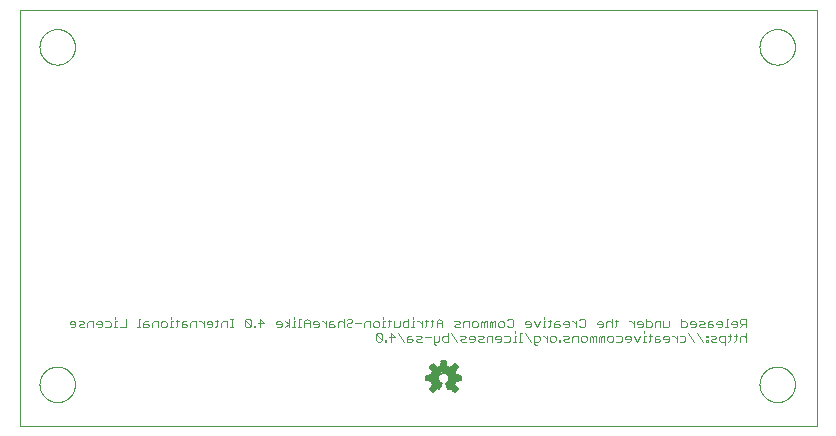
<source format=gbo>
G75*
%MOIN*%
%OFA0B0*%
%FSLAX25Y25*%
%IPPOS*%
%LPD*%
%AMOC8*
5,1,8,0,0,1.08239X$1,22.5*
%
%ADD10C,0.00000*%
%ADD11C,0.00300*%
%ADD12C,0.00591*%
D10*
X0001000Y0001000D02*
X0001000Y0139626D01*
X0266614Y0139626D01*
X0266614Y0001000D01*
X0001000Y0001000D01*
X0007519Y0014740D02*
X0007521Y0014893D01*
X0007527Y0015047D01*
X0007537Y0015200D01*
X0007551Y0015352D01*
X0007569Y0015505D01*
X0007591Y0015656D01*
X0007616Y0015807D01*
X0007646Y0015958D01*
X0007680Y0016108D01*
X0007717Y0016256D01*
X0007758Y0016404D01*
X0007803Y0016550D01*
X0007852Y0016696D01*
X0007905Y0016840D01*
X0007961Y0016982D01*
X0008021Y0017123D01*
X0008085Y0017263D01*
X0008152Y0017401D01*
X0008223Y0017537D01*
X0008298Y0017671D01*
X0008375Y0017803D01*
X0008457Y0017933D01*
X0008541Y0018061D01*
X0008629Y0018187D01*
X0008720Y0018310D01*
X0008814Y0018431D01*
X0008912Y0018549D01*
X0009012Y0018665D01*
X0009116Y0018778D01*
X0009222Y0018889D01*
X0009331Y0018997D01*
X0009443Y0019102D01*
X0009557Y0019203D01*
X0009675Y0019302D01*
X0009794Y0019398D01*
X0009916Y0019491D01*
X0010041Y0019580D01*
X0010168Y0019667D01*
X0010297Y0019749D01*
X0010428Y0019829D01*
X0010561Y0019905D01*
X0010696Y0019978D01*
X0010833Y0020047D01*
X0010972Y0020112D01*
X0011112Y0020174D01*
X0011254Y0020232D01*
X0011397Y0020287D01*
X0011542Y0020338D01*
X0011688Y0020385D01*
X0011835Y0020428D01*
X0011983Y0020467D01*
X0012132Y0020503D01*
X0012282Y0020534D01*
X0012433Y0020562D01*
X0012584Y0020586D01*
X0012737Y0020606D01*
X0012889Y0020622D01*
X0013042Y0020634D01*
X0013195Y0020642D01*
X0013348Y0020646D01*
X0013502Y0020646D01*
X0013655Y0020642D01*
X0013808Y0020634D01*
X0013961Y0020622D01*
X0014113Y0020606D01*
X0014266Y0020586D01*
X0014417Y0020562D01*
X0014568Y0020534D01*
X0014718Y0020503D01*
X0014867Y0020467D01*
X0015015Y0020428D01*
X0015162Y0020385D01*
X0015308Y0020338D01*
X0015453Y0020287D01*
X0015596Y0020232D01*
X0015738Y0020174D01*
X0015878Y0020112D01*
X0016017Y0020047D01*
X0016154Y0019978D01*
X0016289Y0019905D01*
X0016422Y0019829D01*
X0016553Y0019749D01*
X0016682Y0019667D01*
X0016809Y0019580D01*
X0016934Y0019491D01*
X0017056Y0019398D01*
X0017175Y0019302D01*
X0017293Y0019203D01*
X0017407Y0019102D01*
X0017519Y0018997D01*
X0017628Y0018889D01*
X0017734Y0018778D01*
X0017838Y0018665D01*
X0017938Y0018549D01*
X0018036Y0018431D01*
X0018130Y0018310D01*
X0018221Y0018187D01*
X0018309Y0018061D01*
X0018393Y0017933D01*
X0018475Y0017803D01*
X0018552Y0017671D01*
X0018627Y0017537D01*
X0018698Y0017401D01*
X0018765Y0017263D01*
X0018829Y0017123D01*
X0018889Y0016982D01*
X0018945Y0016840D01*
X0018998Y0016696D01*
X0019047Y0016550D01*
X0019092Y0016404D01*
X0019133Y0016256D01*
X0019170Y0016108D01*
X0019204Y0015958D01*
X0019234Y0015807D01*
X0019259Y0015656D01*
X0019281Y0015505D01*
X0019299Y0015352D01*
X0019313Y0015200D01*
X0019323Y0015047D01*
X0019329Y0014893D01*
X0019331Y0014740D01*
X0019329Y0014587D01*
X0019323Y0014433D01*
X0019313Y0014280D01*
X0019299Y0014128D01*
X0019281Y0013975D01*
X0019259Y0013824D01*
X0019234Y0013673D01*
X0019204Y0013522D01*
X0019170Y0013372D01*
X0019133Y0013224D01*
X0019092Y0013076D01*
X0019047Y0012930D01*
X0018998Y0012784D01*
X0018945Y0012640D01*
X0018889Y0012498D01*
X0018829Y0012357D01*
X0018765Y0012217D01*
X0018698Y0012079D01*
X0018627Y0011943D01*
X0018552Y0011809D01*
X0018475Y0011677D01*
X0018393Y0011547D01*
X0018309Y0011419D01*
X0018221Y0011293D01*
X0018130Y0011170D01*
X0018036Y0011049D01*
X0017938Y0010931D01*
X0017838Y0010815D01*
X0017734Y0010702D01*
X0017628Y0010591D01*
X0017519Y0010483D01*
X0017407Y0010378D01*
X0017293Y0010277D01*
X0017175Y0010178D01*
X0017056Y0010082D01*
X0016934Y0009989D01*
X0016809Y0009900D01*
X0016682Y0009813D01*
X0016553Y0009731D01*
X0016422Y0009651D01*
X0016289Y0009575D01*
X0016154Y0009502D01*
X0016017Y0009433D01*
X0015878Y0009368D01*
X0015738Y0009306D01*
X0015596Y0009248D01*
X0015453Y0009193D01*
X0015308Y0009142D01*
X0015162Y0009095D01*
X0015015Y0009052D01*
X0014867Y0009013D01*
X0014718Y0008977D01*
X0014568Y0008946D01*
X0014417Y0008918D01*
X0014266Y0008894D01*
X0014113Y0008874D01*
X0013961Y0008858D01*
X0013808Y0008846D01*
X0013655Y0008838D01*
X0013502Y0008834D01*
X0013348Y0008834D01*
X0013195Y0008838D01*
X0013042Y0008846D01*
X0012889Y0008858D01*
X0012737Y0008874D01*
X0012584Y0008894D01*
X0012433Y0008918D01*
X0012282Y0008946D01*
X0012132Y0008977D01*
X0011983Y0009013D01*
X0011835Y0009052D01*
X0011688Y0009095D01*
X0011542Y0009142D01*
X0011397Y0009193D01*
X0011254Y0009248D01*
X0011112Y0009306D01*
X0010972Y0009368D01*
X0010833Y0009433D01*
X0010696Y0009502D01*
X0010561Y0009575D01*
X0010428Y0009651D01*
X0010297Y0009731D01*
X0010168Y0009813D01*
X0010041Y0009900D01*
X0009916Y0009989D01*
X0009794Y0010082D01*
X0009675Y0010178D01*
X0009557Y0010277D01*
X0009443Y0010378D01*
X0009331Y0010483D01*
X0009222Y0010591D01*
X0009116Y0010702D01*
X0009012Y0010815D01*
X0008912Y0010931D01*
X0008814Y0011049D01*
X0008720Y0011170D01*
X0008629Y0011293D01*
X0008541Y0011419D01*
X0008457Y0011547D01*
X0008375Y0011677D01*
X0008298Y0011809D01*
X0008223Y0011943D01*
X0008152Y0012079D01*
X0008085Y0012217D01*
X0008021Y0012357D01*
X0007961Y0012498D01*
X0007905Y0012640D01*
X0007852Y0012784D01*
X0007803Y0012930D01*
X0007758Y0013076D01*
X0007717Y0013224D01*
X0007680Y0013372D01*
X0007646Y0013522D01*
X0007616Y0013673D01*
X0007591Y0013824D01*
X0007569Y0013975D01*
X0007551Y0014128D01*
X0007537Y0014280D01*
X0007527Y0014433D01*
X0007521Y0014587D01*
X0007519Y0014740D01*
X0007519Y0127240D02*
X0007521Y0127393D01*
X0007527Y0127547D01*
X0007537Y0127700D01*
X0007551Y0127852D01*
X0007569Y0128005D01*
X0007591Y0128156D01*
X0007616Y0128307D01*
X0007646Y0128458D01*
X0007680Y0128608D01*
X0007717Y0128756D01*
X0007758Y0128904D01*
X0007803Y0129050D01*
X0007852Y0129196D01*
X0007905Y0129340D01*
X0007961Y0129482D01*
X0008021Y0129623D01*
X0008085Y0129763D01*
X0008152Y0129901D01*
X0008223Y0130037D01*
X0008298Y0130171D01*
X0008375Y0130303D01*
X0008457Y0130433D01*
X0008541Y0130561D01*
X0008629Y0130687D01*
X0008720Y0130810D01*
X0008814Y0130931D01*
X0008912Y0131049D01*
X0009012Y0131165D01*
X0009116Y0131278D01*
X0009222Y0131389D01*
X0009331Y0131497D01*
X0009443Y0131602D01*
X0009557Y0131703D01*
X0009675Y0131802D01*
X0009794Y0131898D01*
X0009916Y0131991D01*
X0010041Y0132080D01*
X0010168Y0132167D01*
X0010297Y0132249D01*
X0010428Y0132329D01*
X0010561Y0132405D01*
X0010696Y0132478D01*
X0010833Y0132547D01*
X0010972Y0132612D01*
X0011112Y0132674D01*
X0011254Y0132732D01*
X0011397Y0132787D01*
X0011542Y0132838D01*
X0011688Y0132885D01*
X0011835Y0132928D01*
X0011983Y0132967D01*
X0012132Y0133003D01*
X0012282Y0133034D01*
X0012433Y0133062D01*
X0012584Y0133086D01*
X0012737Y0133106D01*
X0012889Y0133122D01*
X0013042Y0133134D01*
X0013195Y0133142D01*
X0013348Y0133146D01*
X0013502Y0133146D01*
X0013655Y0133142D01*
X0013808Y0133134D01*
X0013961Y0133122D01*
X0014113Y0133106D01*
X0014266Y0133086D01*
X0014417Y0133062D01*
X0014568Y0133034D01*
X0014718Y0133003D01*
X0014867Y0132967D01*
X0015015Y0132928D01*
X0015162Y0132885D01*
X0015308Y0132838D01*
X0015453Y0132787D01*
X0015596Y0132732D01*
X0015738Y0132674D01*
X0015878Y0132612D01*
X0016017Y0132547D01*
X0016154Y0132478D01*
X0016289Y0132405D01*
X0016422Y0132329D01*
X0016553Y0132249D01*
X0016682Y0132167D01*
X0016809Y0132080D01*
X0016934Y0131991D01*
X0017056Y0131898D01*
X0017175Y0131802D01*
X0017293Y0131703D01*
X0017407Y0131602D01*
X0017519Y0131497D01*
X0017628Y0131389D01*
X0017734Y0131278D01*
X0017838Y0131165D01*
X0017938Y0131049D01*
X0018036Y0130931D01*
X0018130Y0130810D01*
X0018221Y0130687D01*
X0018309Y0130561D01*
X0018393Y0130433D01*
X0018475Y0130303D01*
X0018552Y0130171D01*
X0018627Y0130037D01*
X0018698Y0129901D01*
X0018765Y0129763D01*
X0018829Y0129623D01*
X0018889Y0129482D01*
X0018945Y0129340D01*
X0018998Y0129196D01*
X0019047Y0129050D01*
X0019092Y0128904D01*
X0019133Y0128756D01*
X0019170Y0128608D01*
X0019204Y0128458D01*
X0019234Y0128307D01*
X0019259Y0128156D01*
X0019281Y0128005D01*
X0019299Y0127852D01*
X0019313Y0127700D01*
X0019323Y0127547D01*
X0019329Y0127393D01*
X0019331Y0127240D01*
X0019329Y0127087D01*
X0019323Y0126933D01*
X0019313Y0126780D01*
X0019299Y0126628D01*
X0019281Y0126475D01*
X0019259Y0126324D01*
X0019234Y0126173D01*
X0019204Y0126022D01*
X0019170Y0125872D01*
X0019133Y0125724D01*
X0019092Y0125576D01*
X0019047Y0125430D01*
X0018998Y0125284D01*
X0018945Y0125140D01*
X0018889Y0124998D01*
X0018829Y0124857D01*
X0018765Y0124717D01*
X0018698Y0124579D01*
X0018627Y0124443D01*
X0018552Y0124309D01*
X0018475Y0124177D01*
X0018393Y0124047D01*
X0018309Y0123919D01*
X0018221Y0123793D01*
X0018130Y0123670D01*
X0018036Y0123549D01*
X0017938Y0123431D01*
X0017838Y0123315D01*
X0017734Y0123202D01*
X0017628Y0123091D01*
X0017519Y0122983D01*
X0017407Y0122878D01*
X0017293Y0122777D01*
X0017175Y0122678D01*
X0017056Y0122582D01*
X0016934Y0122489D01*
X0016809Y0122400D01*
X0016682Y0122313D01*
X0016553Y0122231D01*
X0016422Y0122151D01*
X0016289Y0122075D01*
X0016154Y0122002D01*
X0016017Y0121933D01*
X0015878Y0121868D01*
X0015738Y0121806D01*
X0015596Y0121748D01*
X0015453Y0121693D01*
X0015308Y0121642D01*
X0015162Y0121595D01*
X0015015Y0121552D01*
X0014867Y0121513D01*
X0014718Y0121477D01*
X0014568Y0121446D01*
X0014417Y0121418D01*
X0014266Y0121394D01*
X0014113Y0121374D01*
X0013961Y0121358D01*
X0013808Y0121346D01*
X0013655Y0121338D01*
X0013502Y0121334D01*
X0013348Y0121334D01*
X0013195Y0121338D01*
X0013042Y0121346D01*
X0012889Y0121358D01*
X0012737Y0121374D01*
X0012584Y0121394D01*
X0012433Y0121418D01*
X0012282Y0121446D01*
X0012132Y0121477D01*
X0011983Y0121513D01*
X0011835Y0121552D01*
X0011688Y0121595D01*
X0011542Y0121642D01*
X0011397Y0121693D01*
X0011254Y0121748D01*
X0011112Y0121806D01*
X0010972Y0121868D01*
X0010833Y0121933D01*
X0010696Y0122002D01*
X0010561Y0122075D01*
X0010428Y0122151D01*
X0010297Y0122231D01*
X0010168Y0122313D01*
X0010041Y0122400D01*
X0009916Y0122489D01*
X0009794Y0122582D01*
X0009675Y0122678D01*
X0009557Y0122777D01*
X0009443Y0122878D01*
X0009331Y0122983D01*
X0009222Y0123091D01*
X0009116Y0123202D01*
X0009012Y0123315D01*
X0008912Y0123431D01*
X0008814Y0123549D01*
X0008720Y0123670D01*
X0008629Y0123793D01*
X0008541Y0123919D01*
X0008457Y0124047D01*
X0008375Y0124177D01*
X0008298Y0124309D01*
X0008223Y0124443D01*
X0008152Y0124579D01*
X0008085Y0124717D01*
X0008021Y0124857D01*
X0007961Y0124998D01*
X0007905Y0125140D01*
X0007852Y0125284D01*
X0007803Y0125430D01*
X0007758Y0125576D01*
X0007717Y0125724D01*
X0007680Y0125872D01*
X0007646Y0126022D01*
X0007616Y0126173D01*
X0007591Y0126324D01*
X0007569Y0126475D01*
X0007551Y0126628D01*
X0007537Y0126780D01*
X0007527Y0126933D01*
X0007521Y0127087D01*
X0007519Y0127240D01*
X0247519Y0127240D02*
X0247521Y0127393D01*
X0247527Y0127547D01*
X0247537Y0127700D01*
X0247551Y0127852D01*
X0247569Y0128005D01*
X0247591Y0128156D01*
X0247616Y0128307D01*
X0247646Y0128458D01*
X0247680Y0128608D01*
X0247717Y0128756D01*
X0247758Y0128904D01*
X0247803Y0129050D01*
X0247852Y0129196D01*
X0247905Y0129340D01*
X0247961Y0129482D01*
X0248021Y0129623D01*
X0248085Y0129763D01*
X0248152Y0129901D01*
X0248223Y0130037D01*
X0248298Y0130171D01*
X0248375Y0130303D01*
X0248457Y0130433D01*
X0248541Y0130561D01*
X0248629Y0130687D01*
X0248720Y0130810D01*
X0248814Y0130931D01*
X0248912Y0131049D01*
X0249012Y0131165D01*
X0249116Y0131278D01*
X0249222Y0131389D01*
X0249331Y0131497D01*
X0249443Y0131602D01*
X0249557Y0131703D01*
X0249675Y0131802D01*
X0249794Y0131898D01*
X0249916Y0131991D01*
X0250041Y0132080D01*
X0250168Y0132167D01*
X0250297Y0132249D01*
X0250428Y0132329D01*
X0250561Y0132405D01*
X0250696Y0132478D01*
X0250833Y0132547D01*
X0250972Y0132612D01*
X0251112Y0132674D01*
X0251254Y0132732D01*
X0251397Y0132787D01*
X0251542Y0132838D01*
X0251688Y0132885D01*
X0251835Y0132928D01*
X0251983Y0132967D01*
X0252132Y0133003D01*
X0252282Y0133034D01*
X0252433Y0133062D01*
X0252584Y0133086D01*
X0252737Y0133106D01*
X0252889Y0133122D01*
X0253042Y0133134D01*
X0253195Y0133142D01*
X0253348Y0133146D01*
X0253502Y0133146D01*
X0253655Y0133142D01*
X0253808Y0133134D01*
X0253961Y0133122D01*
X0254113Y0133106D01*
X0254266Y0133086D01*
X0254417Y0133062D01*
X0254568Y0133034D01*
X0254718Y0133003D01*
X0254867Y0132967D01*
X0255015Y0132928D01*
X0255162Y0132885D01*
X0255308Y0132838D01*
X0255453Y0132787D01*
X0255596Y0132732D01*
X0255738Y0132674D01*
X0255878Y0132612D01*
X0256017Y0132547D01*
X0256154Y0132478D01*
X0256289Y0132405D01*
X0256422Y0132329D01*
X0256553Y0132249D01*
X0256682Y0132167D01*
X0256809Y0132080D01*
X0256934Y0131991D01*
X0257056Y0131898D01*
X0257175Y0131802D01*
X0257293Y0131703D01*
X0257407Y0131602D01*
X0257519Y0131497D01*
X0257628Y0131389D01*
X0257734Y0131278D01*
X0257838Y0131165D01*
X0257938Y0131049D01*
X0258036Y0130931D01*
X0258130Y0130810D01*
X0258221Y0130687D01*
X0258309Y0130561D01*
X0258393Y0130433D01*
X0258475Y0130303D01*
X0258552Y0130171D01*
X0258627Y0130037D01*
X0258698Y0129901D01*
X0258765Y0129763D01*
X0258829Y0129623D01*
X0258889Y0129482D01*
X0258945Y0129340D01*
X0258998Y0129196D01*
X0259047Y0129050D01*
X0259092Y0128904D01*
X0259133Y0128756D01*
X0259170Y0128608D01*
X0259204Y0128458D01*
X0259234Y0128307D01*
X0259259Y0128156D01*
X0259281Y0128005D01*
X0259299Y0127852D01*
X0259313Y0127700D01*
X0259323Y0127547D01*
X0259329Y0127393D01*
X0259331Y0127240D01*
X0259329Y0127087D01*
X0259323Y0126933D01*
X0259313Y0126780D01*
X0259299Y0126628D01*
X0259281Y0126475D01*
X0259259Y0126324D01*
X0259234Y0126173D01*
X0259204Y0126022D01*
X0259170Y0125872D01*
X0259133Y0125724D01*
X0259092Y0125576D01*
X0259047Y0125430D01*
X0258998Y0125284D01*
X0258945Y0125140D01*
X0258889Y0124998D01*
X0258829Y0124857D01*
X0258765Y0124717D01*
X0258698Y0124579D01*
X0258627Y0124443D01*
X0258552Y0124309D01*
X0258475Y0124177D01*
X0258393Y0124047D01*
X0258309Y0123919D01*
X0258221Y0123793D01*
X0258130Y0123670D01*
X0258036Y0123549D01*
X0257938Y0123431D01*
X0257838Y0123315D01*
X0257734Y0123202D01*
X0257628Y0123091D01*
X0257519Y0122983D01*
X0257407Y0122878D01*
X0257293Y0122777D01*
X0257175Y0122678D01*
X0257056Y0122582D01*
X0256934Y0122489D01*
X0256809Y0122400D01*
X0256682Y0122313D01*
X0256553Y0122231D01*
X0256422Y0122151D01*
X0256289Y0122075D01*
X0256154Y0122002D01*
X0256017Y0121933D01*
X0255878Y0121868D01*
X0255738Y0121806D01*
X0255596Y0121748D01*
X0255453Y0121693D01*
X0255308Y0121642D01*
X0255162Y0121595D01*
X0255015Y0121552D01*
X0254867Y0121513D01*
X0254718Y0121477D01*
X0254568Y0121446D01*
X0254417Y0121418D01*
X0254266Y0121394D01*
X0254113Y0121374D01*
X0253961Y0121358D01*
X0253808Y0121346D01*
X0253655Y0121338D01*
X0253502Y0121334D01*
X0253348Y0121334D01*
X0253195Y0121338D01*
X0253042Y0121346D01*
X0252889Y0121358D01*
X0252737Y0121374D01*
X0252584Y0121394D01*
X0252433Y0121418D01*
X0252282Y0121446D01*
X0252132Y0121477D01*
X0251983Y0121513D01*
X0251835Y0121552D01*
X0251688Y0121595D01*
X0251542Y0121642D01*
X0251397Y0121693D01*
X0251254Y0121748D01*
X0251112Y0121806D01*
X0250972Y0121868D01*
X0250833Y0121933D01*
X0250696Y0122002D01*
X0250561Y0122075D01*
X0250428Y0122151D01*
X0250297Y0122231D01*
X0250168Y0122313D01*
X0250041Y0122400D01*
X0249916Y0122489D01*
X0249794Y0122582D01*
X0249675Y0122678D01*
X0249557Y0122777D01*
X0249443Y0122878D01*
X0249331Y0122983D01*
X0249222Y0123091D01*
X0249116Y0123202D01*
X0249012Y0123315D01*
X0248912Y0123431D01*
X0248814Y0123549D01*
X0248720Y0123670D01*
X0248629Y0123793D01*
X0248541Y0123919D01*
X0248457Y0124047D01*
X0248375Y0124177D01*
X0248298Y0124309D01*
X0248223Y0124443D01*
X0248152Y0124579D01*
X0248085Y0124717D01*
X0248021Y0124857D01*
X0247961Y0124998D01*
X0247905Y0125140D01*
X0247852Y0125284D01*
X0247803Y0125430D01*
X0247758Y0125576D01*
X0247717Y0125724D01*
X0247680Y0125872D01*
X0247646Y0126022D01*
X0247616Y0126173D01*
X0247591Y0126324D01*
X0247569Y0126475D01*
X0247551Y0126628D01*
X0247537Y0126780D01*
X0247527Y0126933D01*
X0247521Y0127087D01*
X0247519Y0127240D01*
X0247519Y0014740D02*
X0247521Y0014893D01*
X0247527Y0015047D01*
X0247537Y0015200D01*
X0247551Y0015352D01*
X0247569Y0015505D01*
X0247591Y0015656D01*
X0247616Y0015807D01*
X0247646Y0015958D01*
X0247680Y0016108D01*
X0247717Y0016256D01*
X0247758Y0016404D01*
X0247803Y0016550D01*
X0247852Y0016696D01*
X0247905Y0016840D01*
X0247961Y0016982D01*
X0248021Y0017123D01*
X0248085Y0017263D01*
X0248152Y0017401D01*
X0248223Y0017537D01*
X0248298Y0017671D01*
X0248375Y0017803D01*
X0248457Y0017933D01*
X0248541Y0018061D01*
X0248629Y0018187D01*
X0248720Y0018310D01*
X0248814Y0018431D01*
X0248912Y0018549D01*
X0249012Y0018665D01*
X0249116Y0018778D01*
X0249222Y0018889D01*
X0249331Y0018997D01*
X0249443Y0019102D01*
X0249557Y0019203D01*
X0249675Y0019302D01*
X0249794Y0019398D01*
X0249916Y0019491D01*
X0250041Y0019580D01*
X0250168Y0019667D01*
X0250297Y0019749D01*
X0250428Y0019829D01*
X0250561Y0019905D01*
X0250696Y0019978D01*
X0250833Y0020047D01*
X0250972Y0020112D01*
X0251112Y0020174D01*
X0251254Y0020232D01*
X0251397Y0020287D01*
X0251542Y0020338D01*
X0251688Y0020385D01*
X0251835Y0020428D01*
X0251983Y0020467D01*
X0252132Y0020503D01*
X0252282Y0020534D01*
X0252433Y0020562D01*
X0252584Y0020586D01*
X0252737Y0020606D01*
X0252889Y0020622D01*
X0253042Y0020634D01*
X0253195Y0020642D01*
X0253348Y0020646D01*
X0253502Y0020646D01*
X0253655Y0020642D01*
X0253808Y0020634D01*
X0253961Y0020622D01*
X0254113Y0020606D01*
X0254266Y0020586D01*
X0254417Y0020562D01*
X0254568Y0020534D01*
X0254718Y0020503D01*
X0254867Y0020467D01*
X0255015Y0020428D01*
X0255162Y0020385D01*
X0255308Y0020338D01*
X0255453Y0020287D01*
X0255596Y0020232D01*
X0255738Y0020174D01*
X0255878Y0020112D01*
X0256017Y0020047D01*
X0256154Y0019978D01*
X0256289Y0019905D01*
X0256422Y0019829D01*
X0256553Y0019749D01*
X0256682Y0019667D01*
X0256809Y0019580D01*
X0256934Y0019491D01*
X0257056Y0019398D01*
X0257175Y0019302D01*
X0257293Y0019203D01*
X0257407Y0019102D01*
X0257519Y0018997D01*
X0257628Y0018889D01*
X0257734Y0018778D01*
X0257838Y0018665D01*
X0257938Y0018549D01*
X0258036Y0018431D01*
X0258130Y0018310D01*
X0258221Y0018187D01*
X0258309Y0018061D01*
X0258393Y0017933D01*
X0258475Y0017803D01*
X0258552Y0017671D01*
X0258627Y0017537D01*
X0258698Y0017401D01*
X0258765Y0017263D01*
X0258829Y0017123D01*
X0258889Y0016982D01*
X0258945Y0016840D01*
X0258998Y0016696D01*
X0259047Y0016550D01*
X0259092Y0016404D01*
X0259133Y0016256D01*
X0259170Y0016108D01*
X0259204Y0015958D01*
X0259234Y0015807D01*
X0259259Y0015656D01*
X0259281Y0015505D01*
X0259299Y0015352D01*
X0259313Y0015200D01*
X0259323Y0015047D01*
X0259329Y0014893D01*
X0259331Y0014740D01*
X0259329Y0014587D01*
X0259323Y0014433D01*
X0259313Y0014280D01*
X0259299Y0014128D01*
X0259281Y0013975D01*
X0259259Y0013824D01*
X0259234Y0013673D01*
X0259204Y0013522D01*
X0259170Y0013372D01*
X0259133Y0013224D01*
X0259092Y0013076D01*
X0259047Y0012930D01*
X0258998Y0012784D01*
X0258945Y0012640D01*
X0258889Y0012498D01*
X0258829Y0012357D01*
X0258765Y0012217D01*
X0258698Y0012079D01*
X0258627Y0011943D01*
X0258552Y0011809D01*
X0258475Y0011677D01*
X0258393Y0011547D01*
X0258309Y0011419D01*
X0258221Y0011293D01*
X0258130Y0011170D01*
X0258036Y0011049D01*
X0257938Y0010931D01*
X0257838Y0010815D01*
X0257734Y0010702D01*
X0257628Y0010591D01*
X0257519Y0010483D01*
X0257407Y0010378D01*
X0257293Y0010277D01*
X0257175Y0010178D01*
X0257056Y0010082D01*
X0256934Y0009989D01*
X0256809Y0009900D01*
X0256682Y0009813D01*
X0256553Y0009731D01*
X0256422Y0009651D01*
X0256289Y0009575D01*
X0256154Y0009502D01*
X0256017Y0009433D01*
X0255878Y0009368D01*
X0255738Y0009306D01*
X0255596Y0009248D01*
X0255453Y0009193D01*
X0255308Y0009142D01*
X0255162Y0009095D01*
X0255015Y0009052D01*
X0254867Y0009013D01*
X0254718Y0008977D01*
X0254568Y0008946D01*
X0254417Y0008918D01*
X0254266Y0008894D01*
X0254113Y0008874D01*
X0253961Y0008858D01*
X0253808Y0008846D01*
X0253655Y0008838D01*
X0253502Y0008834D01*
X0253348Y0008834D01*
X0253195Y0008838D01*
X0253042Y0008846D01*
X0252889Y0008858D01*
X0252737Y0008874D01*
X0252584Y0008894D01*
X0252433Y0008918D01*
X0252282Y0008946D01*
X0252132Y0008977D01*
X0251983Y0009013D01*
X0251835Y0009052D01*
X0251688Y0009095D01*
X0251542Y0009142D01*
X0251397Y0009193D01*
X0251254Y0009248D01*
X0251112Y0009306D01*
X0250972Y0009368D01*
X0250833Y0009433D01*
X0250696Y0009502D01*
X0250561Y0009575D01*
X0250428Y0009651D01*
X0250297Y0009731D01*
X0250168Y0009813D01*
X0250041Y0009900D01*
X0249916Y0009989D01*
X0249794Y0010082D01*
X0249675Y0010178D01*
X0249557Y0010277D01*
X0249443Y0010378D01*
X0249331Y0010483D01*
X0249222Y0010591D01*
X0249116Y0010702D01*
X0249012Y0010815D01*
X0248912Y0010931D01*
X0248814Y0011049D01*
X0248720Y0011170D01*
X0248629Y0011293D01*
X0248541Y0011419D01*
X0248457Y0011547D01*
X0248375Y0011677D01*
X0248298Y0011809D01*
X0248223Y0011943D01*
X0248152Y0012079D01*
X0248085Y0012217D01*
X0248021Y0012357D01*
X0247961Y0012498D01*
X0247905Y0012640D01*
X0247852Y0012784D01*
X0247803Y0012930D01*
X0247758Y0013076D01*
X0247717Y0013224D01*
X0247680Y0013372D01*
X0247646Y0013522D01*
X0247616Y0013673D01*
X0247591Y0013824D01*
X0247569Y0013975D01*
X0247551Y0014128D01*
X0247537Y0014280D01*
X0247527Y0014433D01*
X0247521Y0014587D01*
X0247519Y0014740D01*
D11*
X0236085Y0028017D02*
X0236085Y0030920D01*
X0234634Y0030920D01*
X0234150Y0030436D01*
X0234150Y0029468D01*
X0234634Y0028985D01*
X0236085Y0028985D01*
X0237082Y0028985D02*
X0237566Y0029468D01*
X0237566Y0031403D01*
X0238049Y0030920D02*
X0237082Y0030920D01*
X0239046Y0030920D02*
X0240014Y0030920D01*
X0239530Y0031403D02*
X0239530Y0029468D01*
X0239046Y0028985D01*
X0241025Y0028985D02*
X0241025Y0030436D01*
X0241509Y0030920D01*
X0242477Y0030920D01*
X0242960Y0030436D01*
X0242960Y0031887D02*
X0242960Y0028985D01*
X0233139Y0028985D02*
X0231687Y0028985D01*
X0231204Y0029468D01*
X0231687Y0029952D01*
X0232655Y0029952D01*
X0233139Y0030436D01*
X0232655Y0030920D01*
X0231204Y0030920D01*
X0230192Y0030920D02*
X0230192Y0030436D01*
X0229708Y0030436D01*
X0229708Y0030920D01*
X0230192Y0030920D01*
X0230192Y0029468D02*
X0229708Y0029468D01*
X0229708Y0028985D01*
X0230192Y0028985D01*
X0230192Y0029468D01*
X0228719Y0028985D02*
X0226784Y0031887D01*
X0223837Y0031887D02*
X0225772Y0028985D01*
X0222826Y0029468D02*
X0222826Y0030436D01*
X0222342Y0030920D01*
X0220891Y0030920D01*
X0219879Y0030920D02*
X0219879Y0028985D01*
X0219879Y0029952D02*
X0218912Y0030920D01*
X0218428Y0030920D01*
X0217424Y0030436D02*
X0216940Y0030920D01*
X0215973Y0030920D01*
X0215489Y0030436D01*
X0215489Y0029952D01*
X0217424Y0029952D01*
X0217424Y0029468D02*
X0217424Y0030436D01*
X0217424Y0029468D02*
X0216940Y0028985D01*
X0215973Y0028985D01*
X0214477Y0029468D02*
X0213994Y0029952D01*
X0212542Y0029952D01*
X0212542Y0030436D02*
X0212542Y0028985D01*
X0213994Y0028985D01*
X0214477Y0029468D01*
X0213994Y0030920D02*
X0213026Y0030920D01*
X0212542Y0030436D01*
X0211531Y0030920D02*
X0210563Y0030920D01*
X0211047Y0031403D02*
X0211047Y0029468D01*
X0210563Y0028985D01*
X0209566Y0028985D02*
X0208599Y0028985D01*
X0209083Y0028985D02*
X0209083Y0030920D01*
X0209566Y0030920D01*
X0209083Y0031887D02*
X0209083Y0032371D01*
X0209596Y0033785D02*
X0211047Y0033785D01*
X0211531Y0034268D01*
X0211531Y0035236D01*
X0211047Y0035720D01*
X0209596Y0035720D01*
X0209596Y0036687D02*
X0209596Y0033785D01*
X0208584Y0034268D02*
X0208584Y0035236D01*
X0208100Y0035720D01*
X0207133Y0035720D01*
X0206649Y0035236D01*
X0206649Y0034752D01*
X0208584Y0034752D01*
X0208584Y0034268D02*
X0208100Y0033785D01*
X0207133Y0033785D01*
X0205638Y0033785D02*
X0205638Y0035720D01*
X0204670Y0035720D02*
X0204186Y0035720D01*
X0204670Y0035720D02*
X0205638Y0034752D01*
X0200236Y0035720D02*
X0199268Y0035720D01*
X0199752Y0036203D02*
X0199752Y0034268D01*
X0199268Y0033785D01*
X0198271Y0033785D02*
X0198271Y0036687D01*
X0197788Y0035720D02*
X0196820Y0035720D01*
X0196336Y0035236D01*
X0196336Y0033785D01*
X0195325Y0034268D02*
X0195325Y0035236D01*
X0194841Y0035720D01*
X0193874Y0035720D01*
X0193390Y0035236D01*
X0193390Y0034752D01*
X0195325Y0034752D01*
X0195325Y0034268D02*
X0194841Y0033785D01*
X0193874Y0033785D01*
X0197788Y0035720D02*
X0198271Y0035236D01*
X0198279Y0030920D02*
X0197311Y0030920D01*
X0196827Y0030436D01*
X0196827Y0029468D01*
X0197311Y0028985D01*
X0198279Y0028985D01*
X0198762Y0029468D01*
X0198762Y0030436D01*
X0198279Y0030920D01*
X0199774Y0030920D02*
X0201225Y0030920D01*
X0201709Y0030436D01*
X0201709Y0029468D01*
X0201225Y0028985D01*
X0199774Y0028985D01*
X0202721Y0029952D02*
X0204656Y0029952D01*
X0204656Y0029468D02*
X0204656Y0030436D01*
X0204172Y0030920D01*
X0203204Y0030920D01*
X0202721Y0030436D01*
X0202721Y0029952D01*
X0203204Y0028985D02*
X0204172Y0028985D01*
X0204656Y0029468D01*
X0205667Y0030920D02*
X0206635Y0028985D01*
X0207602Y0030920D01*
X0212542Y0033785D02*
X0212542Y0035236D01*
X0213026Y0035720D01*
X0214477Y0035720D01*
X0214477Y0033785D01*
X0215489Y0033785D02*
X0215489Y0035720D01*
X0217424Y0035720D02*
X0217424Y0034268D01*
X0216940Y0033785D01*
X0215489Y0033785D01*
X0221382Y0033785D02*
X0221382Y0036687D01*
X0221382Y0035720D02*
X0222833Y0035720D01*
X0223317Y0035236D01*
X0223317Y0034268D01*
X0222833Y0033785D01*
X0221382Y0033785D01*
X0224328Y0034752D02*
X0224328Y0035236D01*
X0224812Y0035720D01*
X0225780Y0035720D01*
X0226263Y0035236D01*
X0226263Y0034268D01*
X0225780Y0033785D01*
X0224812Y0033785D01*
X0224328Y0034752D02*
X0226263Y0034752D01*
X0227275Y0034268D02*
X0227759Y0034752D01*
X0228726Y0034752D01*
X0229210Y0035236D01*
X0228726Y0035720D01*
X0227275Y0035720D01*
X0227275Y0034268D02*
X0227759Y0033785D01*
X0229210Y0033785D01*
X0230221Y0033785D02*
X0230221Y0035236D01*
X0230705Y0035720D01*
X0231673Y0035720D01*
X0231673Y0034752D02*
X0230221Y0034752D01*
X0230221Y0033785D02*
X0231673Y0033785D01*
X0232156Y0034268D01*
X0231673Y0034752D01*
X0233168Y0034752D02*
X0233168Y0035236D01*
X0233652Y0035720D01*
X0234619Y0035720D01*
X0235103Y0035236D01*
X0235103Y0034268D01*
X0234619Y0033785D01*
X0233652Y0033785D01*
X0233168Y0034752D02*
X0235103Y0034752D01*
X0236100Y0033785D02*
X0237067Y0033785D01*
X0236583Y0033785D02*
X0236583Y0036687D01*
X0237067Y0036687D01*
X0238079Y0035236D02*
X0238079Y0034752D01*
X0240014Y0034752D01*
X0240014Y0034268D02*
X0240014Y0035236D01*
X0239530Y0035720D01*
X0238562Y0035720D01*
X0238079Y0035236D01*
X0238562Y0033785D02*
X0239530Y0033785D01*
X0240014Y0034268D01*
X0241025Y0033785D02*
X0241993Y0034752D01*
X0241509Y0034752D02*
X0242960Y0034752D01*
X0242960Y0033785D02*
X0242960Y0036687D01*
X0241509Y0036687D01*
X0241025Y0036203D01*
X0241025Y0035236D01*
X0241509Y0034752D01*
X0222826Y0029468D02*
X0222342Y0028985D01*
X0220891Y0028985D01*
X0195816Y0028985D02*
X0195816Y0030920D01*
X0195332Y0030920D01*
X0194848Y0030436D01*
X0194365Y0030920D01*
X0193881Y0030436D01*
X0193881Y0028985D01*
X0194848Y0028985D02*
X0194848Y0030436D01*
X0192869Y0030920D02*
X0192386Y0030920D01*
X0191902Y0030436D01*
X0191418Y0030920D01*
X0190934Y0030436D01*
X0190934Y0028985D01*
X0191902Y0028985D02*
X0191902Y0030436D01*
X0192869Y0030920D02*
X0192869Y0028985D01*
X0189923Y0029468D02*
X0189439Y0028985D01*
X0188472Y0028985D01*
X0187988Y0029468D01*
X0187988Y0030436D01*
X0188472Y0030920D01*
X0189439Y0030920D01*
X0189923Y0030436D01*
X0189923Y0029468D01*
X0186976Y0028985D02*
X0186976Y0030920D01*
X0185525Y0030920D01*
X0185041Y0030436D01*
X0185041Y0028985D01*
X0184030Y0028985D02*
X0182579Y0028985D01*
X0182095Y0029468D01*
X0182579Y0029952D01*
X0183546Y0029952D01*
X0184030Y0030436D01*
X0183546Y0030920D01*
X0182095Y0030920D01*
X0181083Y0029468D02*
X0180600Y0029468D01*
X0180600Y0028985D01*
X0181083Y0028985D01*
X0181083Y0029468D01*
X0179610Y0029468D02*
X0179126Y0028985D01*
X0178159Y0028985D01*
X0177675Y0029468D01*
X0177675Y0030436D01*
X0178159Y0030920D01*
X0179126Y0030920D01*
X0179610Y0030436D01*
X0179610Y0029468D01*
X0176664Y0028985D02*
X0176664Y0030920D01*
X0176664Y0029952D02*
X0175696Y0030920D01*
X0175212Y0030920D01*
X0174208Y0030436D02*
X0174208Y0029468D01*
X0173724Y0028985D01*
X0172273Y0028985D01*
X0172273Y0028501D02*
X0172273Y0030920D01*
X0173724Y0030920D01*
X0174208Y0030436D01*
X0172273Y0028501D02*
X0172757Y0028017D01*
X0173241Y0028017D01*
X0171262Y0028985D02*
X0169327Y0031887D01*
X0168315Y0031887D02*
X0167831Y0031887D01*
X0167831Y0028985D01*
X0167348Y0028985D02*
X0168315Y0028985D01*
X0166351Y0028985D02*
X0165383Y0028985D01*
X0165867Y0028985D02*
X0165867Y0030920D01*
X0166351Y0030920D01*
X0165867Y0031887D02*
X0165867Y0032371D01*
X0164885Y0033785D02*
X0163917Y0033785D01*
X0163434Y0034268D01*
X0162422Y0034268D02*
X0162422Y0035236D01*
X0161938Y0035720D01*
X0160971Y0035720D01*
X0160487Y0035236D01*
X0160487Y0034268D01*
X0160971Y0033785D01*
X0161938Y0033785D01*
X0162422Y0034268D01*
X0163434Y0036203D02*
X0163917Y0036687D01*
X0164885Y0036687D01*
X0165369Y0036203D01*
X0165369Y0034268D01*
X0164885Y0033785D01*
X0169327Y0034752D02*
X0171262Y0034752D01*
X0171262Y0034268D02*
X0171262Y0035236D01*
X0170778Y0035720D01*
X0169810Y0035720D01*
X0169327Y0035236D01*
X0169327Y0034752D01*
X0169810Y0033785D02*
X0170778Y0033785D01*
X0171262Y0034268D01*
X0172273Y0035720D02*
X0173241Y0033785D01*
X0174208Y0035720D01*
X0175689Y0035720D02*
X0175689Y0033785D01*
X0176173Y0033785D02*
X0175205Y0033785D01*
X0177169Y0033785D02*
X0177653Y0034268D01*
X0177653Y0036203D01*
X0178137Y0035720D02*
X0177169Y0035720D01*
X0176173Y0035720D02*
X0175689Y0035720D01*
X0175689Y0036687D02*
X0175689Y0037171D01*
X0179148Y0035236D02*
X0179148Y0033785D01*
X0180600Y0033785D01*
X0181083Y0034268D01*
X0180600Y0034752D01*
X0179148Y0034752D01*
X0179148Y0035236D02*
X0179632Y0035720D01*
X0180600Y0035720D01*
X0182095Y0035236D02*
X0182095Y0034752D01*
X0184030Y0034752D01*
X0184030Y0034268D02*
X0184030Y0035236D01*
X0183546Y0035720D01*
X0182579Y0035720D01*
X0182095Y0035236D01*
X0182579Y0033785D02*
X0183546Y0033785D01*
X0184030Y0034268D01*
X0185034Y0035720D02*
X0185518Y0035720D01*
X0186485Y0034752D01*
X0186485Y0033785D02*
X0186485Y0035720D01*
X0187497Y0036203D02*
X0187981Y0036687D01*
X0188948Y0036687D01*
X0189432Y0036203D01*
X0189432Y0034268D01*
X0188948Y0033785D01*
X0187981Y0033785D01*
X0187497Y0034268D01*
X0164386Y0030436D02*
X0164386Y0029468D01*
X0163903Y0028985D01*
X0162451Y0028985D01*
X0161440Y0029468D02*
X0161440Y0030436D01*
X0160956Y0030920D01*
X0159989Y0030920D01*
X0159505Y0030436D01*
X0159505Y0029952D01*
X0161440Y0029952D01*
X0161440Y0029468D02*
X0160956Y0028985D01*
X0159989Y0028985D01*
X0158493Y0028985D02*
X0158493Y0030920D01*
X0157042Y0030920D01*
X0156558Y0030436D01*
X0156558Y0028985D01*
X0155547Y0028985D02*
X0154096Y0028985D01*
X0153612Y0029468D01*
X0154096Y0029952D01*
X0155063Y0029952D01*
X0155547Y0030436D01*
X0155063Y0030920D01*
X0153612Y0030920D01*
X0152600Y0030436D02*
X0152117Y0030920D01*
X0151149Y0030920D01*
X0150665Y0030436D01*
X0150665Y0029952D01*
X0152600Y0029952D01*
X0152600Y0029468D02*
X0152600Y0030436D01*
X0152600Y0029468D02*
X0152117Y0028985D01*
X0151149Y0028985D01*
X0149654Y0028985D02*
X0148203Y0028985D01*
X0147719Y0029468D01*
X0148203Y0029952D01*
X0149170Y0029952D01*
X0149654Y0030436D01*
X0149170Y0030920D01*
X0147719Y0030920D01*
X0146707Y0028985D02*
X0144772Y0031887D01*
X0143761Y0031887D02*
X0143761Y0028985D01*
X0142310Y0028985D01*
X0141826Y0029468D01*
X0141826Y0030436D01*
X0142310Y0030920D01*
X0143761Y0030920D01*
X0140814Y0030920D02*
X0140814Y0029468D01*
X0140331Y0028985D01*
X0138879Y0028985D01*
X0138879Y0028501D02*
X0139363Y0028017D01*
X0139847Y0028017D01*
X0138879Y0028501D02*
X0138879Y0030920D01*
X0137868Y0030436D02*
X0135933Y0030436D01*
X0134921Y0030436D02*
X0134438Y0030920D01*
X0132986Y0030920D01*
X0133470Y0029952D02*
X0134438Y0029952D01*
X0134921Y0030436D01*
X0134921Y0028985D02*
X0133470Y0028985D01*
X0132986Y0029468D01*
X0133470Y0029952D01*
X0131975Y0029468D02*
X0131491Y0029952D01*
X0130040Y0029952D01*
X0130040Y0030436D02*
X0130040Y0028985D01*
X0131491Y0028985D01*
X0131975Y0029468D01*
X0131491Y0030920D02*
X0130524Y0030920D01*
X0130040Y0030436D01*
X0129028Y0028985D02*
X0127093Y0031887D01*
X0126082Y0030436D02*
X0124147Y0030436D01*
X0123135Y0029468D02*
X0122651Y0029468D01*
X0122651Y0028985D01*
X0123135Y0028985D01*
X0123135Y0029468D01*
X0121662Y0029468D02*
X0119727Y0031403D01*
X0119727Y0029468D01*
X0120211Y0028985D01*
X0121178Y0028985D01*
X0121662Y0029468D01*
X0121662Y0031403D01*
X0121178Y0031887D01*
X0120211Y0031887D01*
X0119727Y0031403D01*
X0120196Y0033785D02*
X0120680Y0034268D01*
X0120680Y0035236D01*
X0120196Y0035720D01*
X0119229Y0035720D01*
X0118745Y0035236D01*
X0118745Y0034268D01*
X0119229Y0033785D01*
X0120196Y0033785D01*
X0121677Y0033785D02*
X0122644Y0033785D01*
X0122160Y0033785D02*
X0122160Y0035720D01*
X0122644Y0035720D01*
X0123641Y0035720D02*
X0124608Y0035720D01*
X0124125Y0036203D02*
X0124125Y0034268D01*
X0123641Y0033785D01*
X0125620Y0033785D02*
X0125620Y0035720D01*
X0127555Y0035720D02*
X0127555Y0034268D01*
X0127071Y0033785D01*
X0125620Y0033785D01*
X0124630Y0031887D02*
X0126082Y0030436D01*
X0124630Y0028985D02*
X0124630Y0031887D01*
X0128566Y0034268D02*
X0128566Y0035236D01*
X0129050Y0035720D01*
X0130501Y0035720D01*
X0130501Y0036687D02*
X0130501Y0033785D01*
X0129050Y0033785D01*
X0128566Y0034268D01*
X0131498Y0033785D02*
X0132466Y0033785D01*
X0131982Y0033785D02*
X0131982Y0035720D01*
X0132466Y0035720D01*
X0133470Y0035720D02*
X0133954Y0035720D01*
X0134921Y0034752D01*
X0134921Y0033785D02*
X0134921Y0035720D01*
X0135918Y0035720D02*
X0136886Y0035720D01*
X0136402Y0036203D02*
X0136402Y0034268D01*
X0135918Y0033785D01*
X0137882Y0033785D02*
X0138366Y0034268D01*
X0138366Y0036203D01*
X0138850Y0035720D02*
X0137882Y0035720D01*
X0139861Y0035720D02*
X0139861Y0033785D01*
X0139861Y0035236D02*
X0141796Y0035236D01*
X0141796Y0035720D02*
X0140829Y0036687D01*
X0139861Y0035720D01*
X0141796Y0035720D02*
X0141796Y0033785D01*
X0145755Y0034268D02*
X0146238Y0034752D01*
X0147206Y0034752D01*
X0147689Y0035236D01*
X0147206Y0035720D01*
X0145755Y0035720D01*
X0145755Y0034268D02*
X0146238Y0033785D01*
X0147689Y0033785D01*
X0148701Y0033785D02*
X0148701Y0035236D01*
X0149185Y0035720D01*
X0150636Y0035720D01*
X0150636Y0033785D01*
X0151648Y0034268D02*
X0151648Y0035236D01*
X0152131Y0035720D01*
X0153099Y0035720D01*
X0153583Y0035236D01*
X0153583Y0034268D01*
X0153099Y0033785D01*
X0152131Y0033785D01*
X0151648Y0034268D01*
X0154594Y0033785D02*
X0154594Y0035236D01*
X0155078Y0035720D01*
X0155562Y0035236D01*
X0155562Y0033785D01*
X0156529Y0033785D02*
X0156529Y0035720D01*
X0156045Y0035720D01*
X0155562Y0035236D01*
X0157541Y0035236D02*
X0157541Y0033785D01*
X0158508Y0033785D02*
X0158508Y0035236D01*
X0158024Y0035720D01*
X0157541Y0035236D01*
X0158508Y0035236D02*
X0158992Y0035720D01*
X0159476Y0035720D01*
X0159476Y0033785D01*
X0162451Y0030920D02*
X0163903Y0030920D01*
X0164386Y0030436D01*
X0131982Y0036687D02*
X0131982Y0037171D01*
X0122160Y0037171D02*
X0122160Y0036687D01*
X0117733Y0035720D02*
X0117733Y0033785D01*
X0117733Y0035720D02*
X0116282Y0035720D01*
X0115798Y0035236D01*
X0115798Y0033785D01*
X0114787Y0035236D02*
X0112852Y0035236D01*
X0111840Y0035720D02*
X0111356Y0035236D01*
X0110389Y0035236D01*
X0109905Y0034752D01*
X0109905Y0034268D01*
X0110389Y0033785D01*
X0111356Y0033785D01*
X0111840Y0034268D01*
X0111840Y0035720D02*
X0111840Y0036203D01*
X0111356Y0036687D01*
X0110389Y0036687D01*
X0109905Y0036203D01*
X0108894Y0036687D02*
X0108894Y0033785D01*
X0108894Y0035236D02*
X0108410Y0035720D01*
X0107442Y0035720D01*
X0106959Y0035236D01*
X0106959Y0033785D01*
X0105947Y0034268D02*
X0105463Y0034752D01*
X0104012Y0034752D01*
X0104012Y0035236D02*
X0104012Y0033785D01*
X0105463Y0033785D01*
X0105947Y0034268D01*
X0105463Y0035720D02*
X0104496Y0035720D01*
X0104012Y0035236D01*
X0103001Y0035720D02*
X0103001Y0033785D01*
X0103001Y0034752D02*
X0102033Y0035720D01*
X0101549Y0035720D01*
X0100545Y0035236D02*
X0100061Y0035720D01*
X0099094Y0035720D01*
X0098610Y0035236D01*
X0098610Y0034752D01*
X0100545Y0034752D01*
X0100545Y0034268D02*
X0100545Y0035236D01*
X0100545Y0034268D02*
X0100061Y0033785D01*
X0099094Y0033785D01*
X0097599Y0033785D02*
X0097599Y0035720D01*
X0096631Y0036687D01*
X0095664Y0035720D01*
X0095664Y0033785D01*
X0094652Y0033785D02*
X0093685Y0033785D01*
X0094168Y0033785D02*
X0094168Y0036687D01*
X0094652Y0036687D01*
X0095664Y0035236D02*
X0097599Y0035236D01*
X0092688Y0035720D02*
X0092204Y0035720D01*
X0092204Y0033785D01*
X0092688Y0033785D02*
X0091720Y0033785D01*
X0090723Y0033785D02*
X0090723Y0036687D01*
X0092204Y0036687D02*
X0092204Y0037171D01*
X0090723Y0034752D02*
X0089272Y0035720D01*
X0088268Y0035236D02*
X0088268Y0034268D01*
X0087784Y0033785D01*
X0086817Y0033785D01*
X0086333Y0034752D02*
X0088268Y0034752D01*
X0088268Y0035236D02*
X0087784Y0035720D01*
X0086817Y0035720D01*
X0086333Y0035236D01*
X0086333Y0034752D01*
X0089272Y0033785D02*
X0090723Y0034752D01*
X0082375Y0035236D02*
X0080440Y0035236D01*
X0079429Y0034268D02*
X0078945Y0034268D01*
X0078945Y0033785D01*
X0079429Y0033785D01*
X0079429Y0034268D01*
X0077955Y0034268D02*
X0076020Y0036203D01*
X0076020Y0034268D01*
X0076504Y0033785D01*
X0077472Y0033785D01*
X0077955Y0034268D01*
X0077955Y0036203D01*
X0077472Y0036687D01*
X0076504Y0036687D01*
X0076020Y0036203D01*
X0072062Y0036687D02*
X0071095Y0036687D01*
X0071578Y0036687D02*
X0071578Y0033785D01*
X0071095Y0033785D02*
X0072062Y0033785D01*
X0070098Y0033785D02*
X0070098Y0035720D01*
X0068647Y0035720D01*
X0068163Y0035236D01*
X0068163Y0033785D01*
X0066668Y0034268D02*
X0066668Y0036203D01*
X0067151Y0035720D02*
X0066184Y0035720D01*
X0065187Y0035236D02*
X0064703Y0035720D01*
X0063736Y0035720D01*
X0063252Y0035236D01*
X0063252Y0034752D01*
X0065187Y0034752D01*
X0065187Y0034268D02*
X0065187Y0035236D01*
X0065187Y0034268D02*
X0064703Y0033785D01*
X0063736Y0033785D01*
X0062240Y0033785D02*
X0062240Y0035720D01*
X0061273Y0035720D02*
X0062240Y0034752D01*
X0061273Y0035720D02*
X0060789Y0035720D01*
X0059785Y0035720D02*
X0058334Y0035720D01*
X0057850Y0035236D01*
X0057850Y0033785D01*
X0056839Y0034268D02*
X0056355Y0034752D01*
X0054904Y0034752D01*
X0054904Y0035236D02*
X0054904Y0033785D01*
X0056355Y0033785D01*
X0056839Y0034268D01*
X0056355Y0035720D02*
X0055387Y0035720D01*
X0054904Y0035236D01*
X0053892Y0035720D02*
X0052925Y0035720D01*
X0053408Y0036203D02*
X0053408Y0034268D01*
X0052925Y0033785D01*
X0051928Y0033785D02*
X0050960Y0033785D01*
X0051444Y0033785D02*
X0051444Y0035720D01*
X0051928Y0035720D01*
X0051444Y0036687D02*
X0051444Y0037171D01*
X0049963Y0035236D02*
X0049963Y0034268D01*
X0049480Y0033785D01*
X0048512Y0033785D01*
X0048028Y0034268D01*
X0048028Y0035236D01*
X0048512Y0035720D01*
X0049480Y0035720D01*
X0049963Y0035236D01*
X0047017Y0035720D02*
X0047017Y0033785D01*
X0047017Y0035720D02*
X0045566Y0035720D01*
X0045082Y0035236D01*
X0045082Y0033785D01*
X0044070Y0034268D02*
X0043587Y0034752D01*
X0042135Y0034752D01*
X0042135Y0035236D02*
X0042135Y0033785D01*
X0043587Y0033785D01*
X0044070Y0034268D01*
X0043587Y0035720D02*
X0042619Y0035720D01*
X0042135Y0035236D01*
X0041124Y0036687D02*
X0040640Y0036687D01*
X0040640Y0033785D01*
X0041124Y0033785D02*
X0040156Y0033785D01*
X0036213Y0033785D02*
X0036213Y0036687D01*
X0033266Y0035720D02*
X0032783Y0035720D01*
X0032783Y0033785D01*
X0033266Y0033785D02*
X0032299Y0033785D01*
X0031302Y0034268D02*
X0031302Y0035236D01*
X0030818Y0035720D01*
X0029367Y0035720D01*
X0028356Y0035236D02*
X0027872Y0035720D01*
X0026904Y0035720D01*
X0026421Y0035236D01*
X0026421Y0034752D01*
X0028356Y0034752D01*
X0028356Y0034268D02*
X0028356Y0035236D01*
X0028356Y0034268D02*
X0027872Y0033785D01*
X0026904Y0033785D01*
X0025409Y0033785D02*
X0025409Y0035720D01*
X0023958Y0035720D01*
X0023474Y0035236D01*
X0023474Y0033785D01*
X0022462Y0033785D02*
X0021011Y0033785D01*
X0020528Y0034268D01*
X0021011Y0034752D01*
X0021979Y0034752D01*
X0022462Y0035236D01*
X0021979Y0035720D01*
X0020528Y0035720D01*
X0019516Y0035236D02*
X0019032Y0035720D01*
X0018065Y0035720D01*
X0017581Y0035236D01*
X0017581Y0034752D01*
X0019516Y0034752D01*
X0019516Y0034268D02*
X0019516Y0035236D01*
X0019516Y0034268D02*
X0019032Y0033785D01*
X0018065Y0033785D01*
X0029367Y0033785D02*
X0030818Y0033785D01*
X0031302Y0034268D01*
X0034278Y0033785D02*
X0036213Y0033785D01*
X0032783Y0036687D02*
X0032783Y0037171D01*
X0059785Y0035720D02*
X0059785Y0033785D01*
X0066184Y0033785D02*
X0066668Y0034268D01*
X0080924Y0033785D02*
X0080924Y0036687D01*
X0082375Y0035236D01*
D12*
X0136388Y0017546D02*
X0136388Y0016106D01*
X0138293Y0015913D01*
X0138498Y0015272D01*
X0138806Y0014674D01*
X0137595Y0013190D01*
X0138613Y0012172D01*
X0140097Y0013383D01*
X0140695Y0013075D01*
X0141543Y0015121D01*
X0141158Y0015338D01*
X0140835Y0015640D01*
X0140594Y0016010D01*
X0140448Y0016426D01*
X0140404Y0016866D01*
X0140467Y0017303D01*
X0140632Y0017713D01*
X0140889Y0018072D01*
X0141224Y0018360D01*
X0141618Y0018560D01*
X0142048Y0018660D01*
X0142490Y0018655D01*
X0142918Y0018545D01*
X0143308Y0018337D01*
X0143637Y0018042D01*
X0143886Y0017678D01*
X0144042Y0017264D01*
X0144095Y0016826D01*
X0144044Y0016395D01*
X0143894Y0015988D01*
X0143653Y0015627D01*
X0143334Y0015333D01*
X0142955Y0015121D01*
X0143803Y0013075D01*
X0144401Y0013383D01*
X0145885Y0012172D01*
X0146903Y0013190D01*
X0145692Y0014674D01*
X0146000Y0015272D01*
X0146205Y0015913D01*
X0148110Y0016106D01*
X0148110Y0017546D01*
X0146205Y0017739D01*
X0146000Y0018380D01*
X0145692Y0018977D01*
X0146903Y0020462D01*
X0145885Y0021479D01*
X0144401Y0020269D01*
X0143803Y0020577D01*
X0143162Y0020782D01*
X0142969Y0022687D01*
X0141529Y0022687D01*
X0141336Y0020782D01*
X0140695Y0020577D01*
X0140097Y0020269D01*
X0138613Y0021479D01*
X0137595Y0020462D01*
X0138806Y0018977D01*
X0138498Y0018380D01*
X0138293Y0017739D01*
X0136388Y0017546D01*
X0136388Y0017279D02*
X0140463Y0017279D01*
X0140422Y0016690D02*
X0136388Y0016690D01*
X0136438Y0016101D02*
X0140562Y0016101D01*
X0140972Y0015512D02*
X0138421Y0015512D01*
X0138678Y0014923D02*
X0141461Y0014923D01*
X0141217Y0014334D02*
X0138528Y0014334D01*
X0138048Y0013745D02*
X0140973Y0013745D01*
X0140729Y0013156D02*
X0140538Y0013156D01*
X0139819Y0013156D02*
X0137630Y0013156D01*
X0138219Y0012567D02*
X0139097Y0012567D01*
X0143281Y0014334D02*
X0145970Y0014334D01*
X0145820Y0014923D02*
X0143037Y0014923D01*
X0143528Y0015512D02*
X0146077Y0015512D01*
X0148060Y0016101D02*
X0143935Y0016101D01*
X0144079Y0016690D02*
X0148110Y0016690D01*
X0148110Y0017279D02*
X0144036Y0017279D01*
X0143756Y0017868D02*
X0146164Y0017868D01*
X0145960Y0018457D02*
X0143083Y0018457D01*
X0141416Y0018457D02*
X0138538Y0018457D01*
X0138334Y0017868D02*
X0140743Y0017868D01*
X0138750Y0019046D02*
X0145749Y0019046D01*
X0146229Y0019635D02*
X0138269Y0019635D01*
X0137789Y0020225D02*
X0146709Y0020225D01*
X0146551Y0020814D02*
X0145068Y0020814D01*
X0145791Y0021403D02*
X0145962Y0021403D01*
X0143099Y0021403D02*
X0141399Y0021403D01*
X0141459Y0021992D02*
X0143039Y0021992D01*
X0142980Y0022581D02*
X0141519Y0022581D01*
X0138707Y0021403D02*
X0138536Y0021403D01*
X0137947Y0020814D02*
X0139430Y0020814D01*
X0141339Y0020814D02*
X0143159Y0020814D01*
X0143525Y0013745D02*
X0146450Y0013745D01*
X0146868Y0013156D02*
X0144679Y0013156D01*
X0143960Y0013156D02*
X0143769Y0013156D01*
X0145401Y0012567D02*
X0146279Y0012567D01*
M02*

</source>
